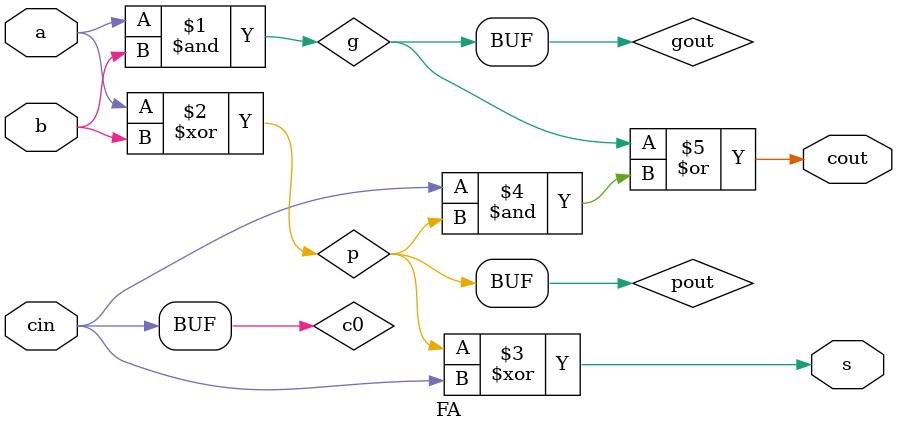
<source format=sv>


module mult24(S,A,B);
output	[47:0]S;
input	[23:0]A,B;

logic	[23:0]stage11,stage12,stage13,stage14;
logic	[23:0]stage2;
logic	stage2_c;
logic	[23:0]stage31,stage32;

//Stage1
mult12	block1(stage11,A[11:0],B[11:0]);
mult12	block2(stage12,A[11:0],B[23:12]);
mult12	block3(stage13,A[23:12],B[11:0]);
mult12	block4(stage14,A[23:12],B[23:12]);

//Stage2
adder24  block5(stage2_c,stage2,stage12,stage13);

//Stage3
adder24	block6(,stage31,{{12{1'b0}},stage11[23:12]},stage2);
adder24	block7(,stage32,stage14,{11'b00000000000,stage2_c,stage31[23:12]});

assign	S = {stage32,stage31[11:0],stage11[11:0]};

endmodule
///////////////////////////////////////////////////
module mult12(S,A,B);
output	[23:0]S;
input	[11:0]A,B;

logic	[11:0]stage11,stage12,stage13,stage14;
logic	[11:0]stage2;
logic	stage2_c;
logic	[11:0]stage31,stage32;

//Stage1
mult6	block1(stage11,A[5:0],B[5:0]);
mult6	block2(stage12,A[5:0],B[11:6]);
mult6	block3(stage13,A[11:6],B[5:0]);
mult6	block4(stage14,A[11:6],B[11:6]);

//Stage2
adder12  block5(stage2_c,stage2,stage12,stage13);

//Stage3
adder12	block6(,stage31,{{6{1'b0}},stage11[11:6]},stage2);
adder12	block7(,stage32,stage14,{5'b00000,stage2_c,stage31[11:6]});

assign	S = {stage32,stage31[5:0],stage11[5:0]};

endmodule

/////////////////////////////////////////////////////////////

module mult6(S,A,B);
output	[11:0]S;
input	[5:0]A,B;

logic	[5:0]stage11,stage12,stage13,stage14;
logic	[5:0]stage2;
logic	stage2_c;
logic	[5:0]stage31,stage32;

//Stage1
mult3	block1(stage11,A[2:0],B[2:0]);
mult3	block2(stage12,A[2:0],B[5:3]);
mult3	block3(stage13,A[5:3],B[2:0]);
mult3	block4(stage14,A[5:3],B[5:3]);

//Stage2
adder6  block5(stage2_c,stage2,stage12,stage13);

//Stage3
adder6	block6(,stage31,{3'b000,stage11[5:3]},stage2);
adder6	block7(,stage32,stage14,{2'b00,stage2_c,stage31[5:3]});

assign	S = {stage32,stage31[2:0],stage11[2:0]};

endmodule

///////////////////////////////////////////////

module mult3(S,A,B);
input [2:0] A;
input [2:0] B;
output [5:0] S;

logic [2:0] P0, P1, P2;
logic c0, c1, c2, c3, c4, s1, s2;

// stage 1
assign P0[2] = A[2] & B[0];
assign P0[1] = A[1] & B[0];
assign P0[0] = A[0] & B[0];

// stage 2
assign P1[2] = A[2] & B[1];
assign P1[1] = A[1] & B[1];
assign P1[0] = A[0] & B[1];

// stage 3
assign P2[2] = A[2] & B[2];
assign P2[1] = A[1] & B[2];
assign P2[0] = A[0] & B[2];

// Add all stages
assign S[0] = P0[0];
FA  block1(S[1], c0, P0[1], P1[0], 1'b0);
FA  block2(s1, c1, P0[2], P1[1], P2[0]);
FA  block3(S[2], c2, c0, s1, 1'b0);
FA  block4(s2, c3, P2[1], P1[2], c1);
FA  block5(S[3], c4, c2, s2, 1'b0);
FA  block6(S[4], S[5], c4, P2[2], c3);
endmodule

module FA(output s,output cout, input a,input b,input cin);
logic g,p,gout,pout,c0;
assign g= a&b;
assign p= a^b;

assign c0=cin;
assign pout=p;
assign gout=g;
    
assign s=p^c0;
assign cout=g|(cin&p);

endmodule

</source>
